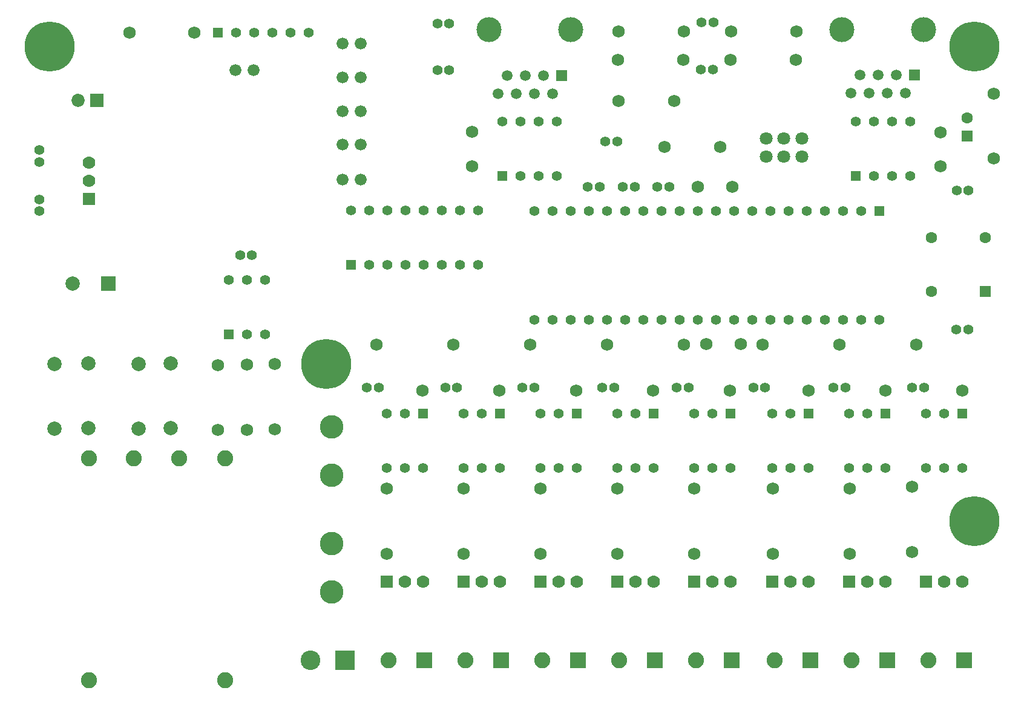
<source format=gbs>
G04 (created by PCBNEW (2013-07-07 BZR 4022)-stable) date 8/1/2015 6:26:25 AM*
%MOIN*%
G04 Gerber Fmt 3.4, Leading zero omitted, Abs format*
%FSLAX34Y34*%
G01*
G70*
G90*
G04 APERTURE LIST*
%ADD10C,0.00590551*%
%ADD11C,0.0688976*%
%ADD12C,0.07*%
%ADD13R,0.07X0.07*%
%ADD14C,0.066*%
%ADD15R,0.055X0.055*%
%ADD16C,0.055*%
%ADD17C,0.129921*%
%ADD18C,0.0885827*%
%ADD19R,0.108268X0.108268*%
%ADD20C,0.108268*%
%ADD21R,0.0885827X0.0885827*%
%ADD22R,0.0787402X0.0787402*%
%ADD23C,0.0787402*%
%ADD24R,0.0728346X0.0728346*%
%ADD25C,0.0728346*%
%ADD26C,0.275591*%
%ADD27R,0.0629921X0.0629921*%
%ADD28C,0.0629921*%
%ADD29C,0.137795*%
%ADD30R,0.0591X0.0591*%
%ADD31C,0.0591*%
%ADD32C,0.0708661*%
G04 APERTURE END LIST*
G54D10*
G54D11*
X105316Y-51182D03*
X102782Y-48648D03*
X88288Y-51182D03*
X85755Y-48648D03*
X79823Y-51182D03*
X77290Y-48648D03*
X107037Y-34803D03*
X107037Y-38385D03*
G54D12*
X75606Y-61712D03*
X74606Y-61712D03*
G54D13*
X73606Y-61712D03*
G54D12*
X79838Y-61712D03*
X78838Y-61712D03*
G54D13*
X77838Y-61712D03*
G54D12*
X84070Y-61712D03*
X83070Y-61712D03*
G54D13*
X82070Y-61712D03*
G54D12*
X88303Y-61712D03*
X87303Y-61712D03*
G54D13*
X86303Y-61712D03*
G54D12*
X92535Y-61712D03*
X91535Y-61712D03*
G54D13*
X90535Y-61712D03*
G54D12*
X96866Y-61712D03*
X95866Y-61712D03*
G54D13*
X94866Y-61712D03*
G54D12*
X101098Y-61712D03*
X100098Y-61712D03*
G54D13*
X99098Y-61712D03*
G54D12*
X105330Y-61712D03*
X104330Y-61712D03*
G54D13*
X103330Y-61712D03*
G54D14*
X71173Y-32057D03*
X72173Y-32057D03*
X71173Y-39547D03*
X72173Y-39547D03*
X71173Y-37608D03*
X72173Y-37608D03*
X71173Y-35767D03*
X72173Y-35767D03*
X65287Y-33503D03*
X66287Y-33503D03*
X71173Y-33917D03*
X72173Y-33917D03*
G54D15*
X99464Y-39354D03*
G54D16*
X100464Y-39354D03*
X101464Y-39354D03*
X102464Y-39354D03*
X102464Y-36354D03*
X101464Y-36354D03*
X100464Y-36354D03*
X99464Y-36354D03*
G54D15*
X79996Y-39354D03*
G54D16*
X80996Y-39354D03*
X81996Y-39354D03*
X82996Y-39354D03*
X82996Y-36354D03*
X81996Y-36354D03*
X80996Y-36354D03*
X79996Y-36354D03*
G54D15*
X105330Y-52437D03*
G54D16*
X104330Y-52437D03*
X103330Y-52437D03*
X103330Y-55437D03*
X104330Y-55437D03*
X105330Y-55437D03*
G54D15*
X88303Y-52437D03*
G54D16*
X87303Y-52437D03*
X86303Y-52437D03*
X86303Y-55437D03*
X87303Y-55437D03*
X88303Y-55437D03*
G54D15*
X92535Y-52437D03*
G54D16*
X91535Y-52437D03*
X90535Y-52437D03*
X90535Y-55437D03*
X91535Y-55437D03*
X92535Y-55437D03*
G54D15*
X96866Y-52437D03*
G54D16*
X95866Y-52437D03*
X94866Y-52437D03*
X94866Y-55437D03*
X95866Y-55437D03*
X96866Y-55437D03*
G54D15*
X64905Y-48094D03*
G54D16*
X65905Y-48094D03*
X66905Y-48094D03*
X66905Y-45094D03*
X65905Y-45094D03*
X64905Y-45094D03*
G54D15*
X101098Y-52437D03*
G54D16*
X100098Y-52437D03*
X99098Y-52437D03*
X99098Y-55437D03*
X100098Y-55437D03*
X101098Y-55437D03*
G54D15*
X75606Y-52437D03*
G54D16*
X74606Y-52437D03*
X73606Y-52437D03*
X73606Y-55437D03*
X74606Y-55437D03*
X75606Y-55437D03*
G54D15*
X84070Y-52437D03*
G54D16*
X83070Y-52437D03*
X82070Y-52437D03*
X82070Y-55437D03*
X83070Y-55437D03*
X84070Y-55437D03*
G54D15*
X79838Y-52437D03*
G54D16*
X78838Y-52437D03*
X77838Y-52437D03*
X77838Y-55437D03*
X78838Y-55437D03*
X79838Y-55437D03*
G54D15*
X71637Y-44236D03*
G54D16*
X72637Y-44236D03*
X73637Y-44236D03*
X74637Y-44236D03*
X75637Y-44236D03*
X76637Y-44236D03*
X77637Y-44236D03*
X78637Y-44236D03*
X78637Y-41236D03*
X77637Y-41236D03*
X76637Y-41236D03*
X75637Y-41236D03*
X74637Y-41236D03*
X73637Y-41236D03*
X72637Y-41236D03*
X71637Y-41236D03*
G54D11*
X89980Y-31377D03*
X86397Y-31377D03*
X84056Y-51182D03*
X81522Y-48648D03*
X75591Y-51182D03*
X73058Y-48648D03*
X65905Y-53346D03*
X65905Y-49763D03*
X64311Y-53350D03*
X64311Y-49767D03*
X86358Y-32952D03*
X89940Y-32952D03*
X92559Y-32952D03*
X96141Y-32952D03*
X102559Y-60078D03*
X102559Y-56496D03*
X96181Y-31377D03*
X92598Y-31377D03*
X59448Y-31456D03*
X63031Y-31456D03*
X92520Y-51182D03*
X89987Y-48648D03*
X96851Y-51182D03*
X94318Y-48648D03*
X101083Y-51182D03*
X98550Y-48648D03*
X99114Y-60177D03*
X99114Y-56594D03*
X94881Y-60177D03*
X94881Y-56594D03*
X90551Y-60177D03*
X90551Y-56594D03*
X86318Y-60177D03*
X86318Y-56594D03*
X82086Y-60177D03*
X82086Y-56594D03*
X77854Y-60177D03*
X77854Y-56594D03*
X73622Y-60177D03*
X73622Y-56594D03*
X67460Y-49724D03*
X67460Y-53307D03*
G54D15*
X64311Y-31437D03*
G54D16*
X65311Y-31437D03*
X66311Y-31437D03*
X67311Y-31437D03*
X68311Y-31437D03*
X69311Y-31437D03*
G54D17*
X70570Y-62283D03*
X70570Y-59625D03*
X70570Y-55846D03*
X70570Y-53188D03*
G54D18*
X57234Y-67145D03*
X64714Y-67145D03*
X57234Y-54917D03*
X59675Y-54917D03*
X62194Y-54917D03*
X64714Y-54917D03*
G54D19*
X71322Y-66043D03*
G54D20*
X69429Y-66035D03*
G54D21*
X75688Y-66035D03*
G54D18*
X73716Y-66039D03*
G54D21*
X79921Y-66035D03*
G54D18*
X77948Y-66039D03*
G54D21*
X84153Y-66035D03*
G54D18*
X82181Y-66039D03*
G54D21*
X88385Y-66035D03*
G54D18*
X86413Y-66039D03*
G54D21*
X92618Y-66035D03*
G54D18*
X90645Y-66039D03*
G54D21*
X96948Y-66035D03*
G54D18*
X94976Y-66039D03*
G54D21*
X101181Y-66035D03*
G54D18*
X99208Y-66039D03*
G54D21*
X105413Y-66035D03*
G54D18*
X103440Y-66039D03*
G54D22*
X58287Y-45275D03*
G54D23*
X56318Y-45275D03*
G54D24*
X57649Y-35185D03*
G54D25*
X56614Y-35177D03*
G54D26*
X105984Y-58385D03*
X70275Y-49724D03*
X55039Y-32204D03*
X105984Y-32204D03*
G54D11*
X91999Y-37747D03*
X89465Y-35213D03*
X88908Y-37747D03*
X86375Y-35213D03*
G54D16*
X54488Y-37921D03*
X54488Y-38578D03*
X54488Y-41291D03*
X54488Y-40633D03*
X65539Y-43700D03*
X66196Y-43700D03*
X84692Y-39940D03*
X85350Y-39940D03*
X86622Y-39940D03*
X87279Y-39940D03*
X90952Y-30885D03*
X91610Y-30885D03*
X90933Y-33484D03*
X91590Y-33484D03*
X76405Y-30944D03*
X77062Y-30944D03*
X76405Y-33503D03*
X77062Y-33503D03*
X102547Y-51003D03*
X103204Y-51003D03*
G54D23*
X57185Y-49665D03*
X57185Y-53248D03*
X55314Y-53287D03*
X55314Y-49704D03*
X59940Y-53287D03*
X59940Y-49704D03*
X61712Y-49665D03*
X61712Y-53248D03*
G54D16*
X89185Y-39940D03*
X88527Y-39940D03*
X98216Y-51003D03*
X98874Y-51003D03*
X93807Y-51003D03*
X94464Y-51003D03*
X89594Y-51003D03*
X90251Y-51003D03*
X85500Y-51003D03*
X86157Y-51003D03*
X81090Y-51003D03*
X81748Y-51003D03*
X76838Y-51003D03*
X77496Y-51003D03*
X72527Y-51003D03*
X73185Y-51003D03*
X105641Y-47814D03*
X104984Y-47814D03*
X105661Y-40157D03*
X105003Y-40157D03*
G54D27*
X105570Y-37143D03*
G54D28*
X105570Y-36143D03*
G54D12*
X57204Y-39606D03*
X57204Y-38606D03*
G54D13*
X57204Y-40606D03*
G54D29*
X98696Y-31271D03*
X103196Y-31267D03*
G54D30*
X102694Y-33779D03*
G54D31*
X102194Y-34779D03*
X101694Y-33779D03*
X101194Y-34779D03*
X100694Y-33779D03*
X100194Y-34779D03*
X99694Y-33779D03*
X99194Y-34779D03*
G54D29*
X79248Y-31291D03*
X83748Y-31287D03*
G54D30*
X83246Y-33799D03*
G54D31*
X82746Y-34799D03*
X82246Y-33799D03*
X81746Y-34799D03*
X81246Y-33799D03*
X80746Y-34799D03*
X80246Y-33799D03*
X79746Y-34799D03*
G54D15*
X100740Y-41271D03*
G54D16*
X99740Y-41271D03*
X98740Y-41271D03*
X97740Y-41271D03*
X96740Y-41271D03*
X95740Y-41271D03*
X94740Y-41271D03*
X93740Y-41271D03*
X92740Y-41271D03*
X91740Y-41271D03*
X90740Y-41271D03*
X89740Y-41271D03*
X88740Y-41271D03*
X87740Y-41271D03*
X86740Y-41271D03*
X85740Y-41271D03*
X84740Y-41271D03*
X83740Y-41271D03*
X82740Y-41271D03*
X81740Y-41271D03*
X81740Y-47271D03*
X82740Y-47271D03*
X83740Y-47271D03*
X84740Y-47271D03*
X85740Y-47271D03*
X86740Y-47271D03*
X87740Y-47271D03*
X88740Y-47271D03*
X89740Y-47271D03*
X90740Y-47271D03*
X91740Y-47271D03*
X92740Y-47271D03*
X93740Y-47271D03*
X94740Y-47271D03*
X95740Y-47271D03*
X96740Y-47271D03*
X97740Y-47271D03*
X98740Y-47271D03*
X99740Y-47271D03*
X100740Y-47271D03*
G54D11*
X92637Y-39940D03*
X90748Y-39940D03*
X91230Y-48622D03*
X93120Y-48622D03*
X104133Y-38828D03*
X104133Y-36938D03*
X78307Y-36929D03*
X78307Y-38818D03*
G54D27*
X106594Y-45728D03*
G54D28*
X106594Y-42736D03*
X103602Y-45728D03*
X103602Y-42736D03*
G54D16*
X85647Y-37460D03*
X86305Y-37460D03*
G54D32*
X96480Y-37295D03*
X95496Y-37295D03*
X94511Y-37295D03*
X96480Y-38279D03*
X95496Y-38279D03*
X94511Y-38279D03*
M02*

</source>
